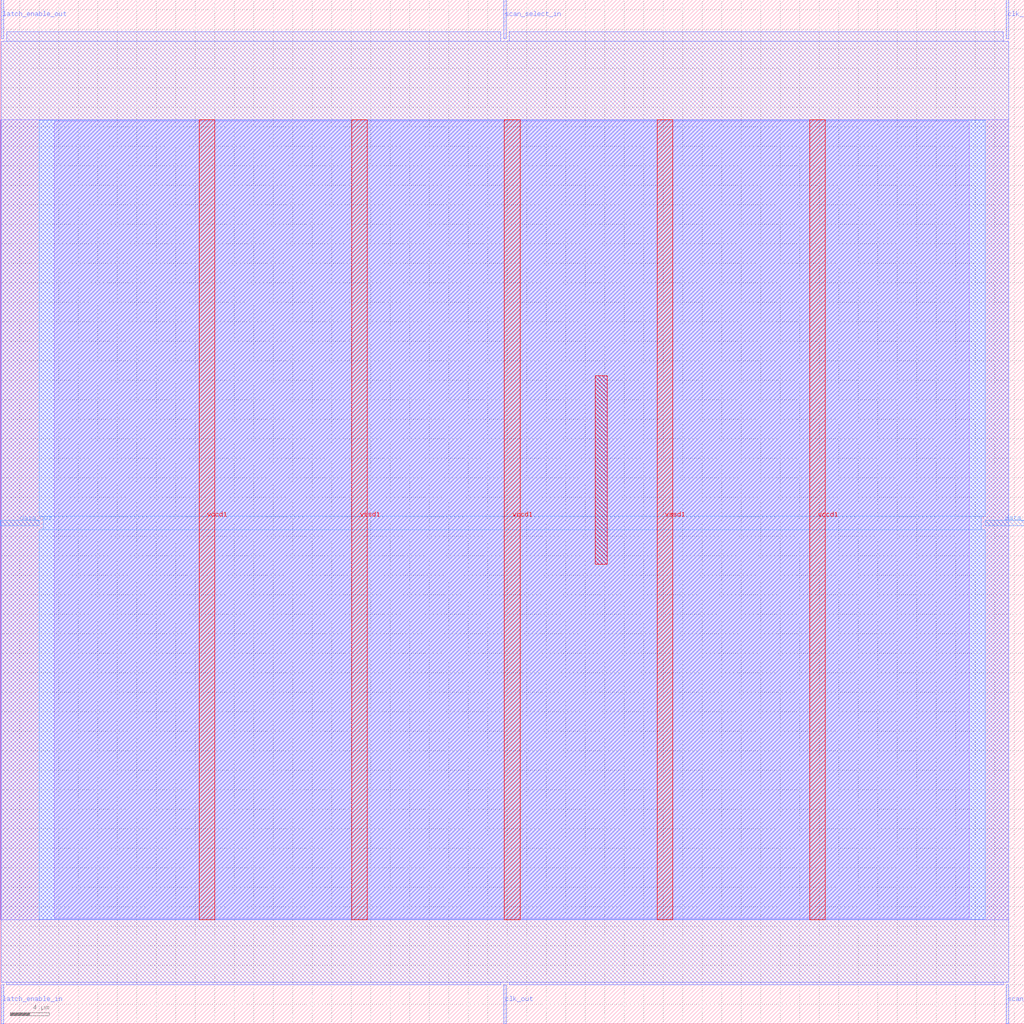
<source format=lef>
VERSION 5.7 ;
  NOWIREEXTENSIONATPIN ON ;
  DIVIDERCHAR "/" ;
  BUSBITCHARS "[]" ;
MACRO scan_wrapper_341631511790879314
  CLASS BLOCK ;
  FOREIGN scan_wrapper_341631511790879314 ;
  ORIGIN 0.000 0.000 ;
  SIZE 105.000 BY 105.000 ;
  PIN clk_in
    DIRECTION INPUT ;
    USE SIGNAL ;
    PORT
      LAYER met2 ;
        RECT 103.130 101.000 103.410 105.000 ;
    END
  END clk_in
  PIN clk_out
    DIRECTION OUTPUT TRISTATE ;
    USE SIGNAL ;
    PORT
      LAYER met2 ;
        RECT 51.610 0.000 51.890 4.000 ;
    END
  END clk_out
  PIN data_in
    DIRECTION INPUT ;
    USE SIGNAL ;
    PORT
      LAYER met3 ;
        RECT 101.000 51.040 105.000 51.640 ;
    END
  END data_in
  PIN data_out
    DIRECTION OUTPUT TRISTATE ;
    USE SIGNAL ;
    PORT
      LAYER met3 ;
        RECT 0.000 51.040 4.000 51.640 ;
    END
  END data_out
  PIN latch_enable_in
    DIRECTION INPUT ;
    USE SIGNAL ;
    PORT
      LAYER met2 ;
        RECT 0.090 0.000 0.370 4.000 ;
    END
  END latch_enable_in
  PIN latch_enable_out
    DIRECTION OUTPUT TRISTATE ;
    USE SIGNAL ;
    PORT
      LAYER met2 ;
        RECT 0.090 101.000 0.370 105.000 ;
    END
  END latch_enable_out
  PIN scan_select_in
    DIRECTION INPUT ;
    USE SIGNAL ;
    PORT
      LAYER met2 ;
        RECT 51.610 101.000 51.890 105.000 ;
    END
  END scan_select_in
  PIN scan_select_out
    DIRECTION OUTPUT TRISTATE ;
    USE SIGNAL ;
    PORT
      LAYER met2 ;
        RECT 103.130 0.000 103.410 4.000 ;
    END
  END scan_select_out
  PIN vccd1
    DIRECTION INPUT ;
    USE POWER ;
    PORT
      LAYER met4 ;
        RECT 20.380 10.640 21.980 92.720 ;
    END
    PORT
      LAYER met4 ;
        RECT 51.700 10.640 53.300 92.720 ;
    END
    PORT
      LAYER met4 ;
        RECT 83.020 10.640 84.620 92.720 ;
    END
  END vccd1
  PIN vssd1
    DIRECTION INPUT ;
    USE GROUND ;
    PORT
      LAYER met4 ;
        RECT 36.040 10.640 37.640 92.720 ;
    END
    PORT
      LAYER met4 ;
        RECT 67.360 10.640 68.960 92.720 ;
    END
  END vssd1
  OBS
      LAYER li1 ;
        RECT 5.520 10.795 99.360 92.565 ;
      LAYER met1 ;
        RECT 0.070 10.640 103.430 92.720 ;
      LAYER met2 ;
        RECT 0.650 100.720 51.330 101.730 ;
        RECT 52.170 100.720 102.850 101.730 ;
        RECT 0.100 4.280 103.400 100.720 ;
        RECT 0.650 4.000 51.330 4.280 ;
        RECT 52.170 4.000 102.850 4.280 ;
      LAYER met3 ;
        RECT 4.000 52.040 101.000 92.645 ;
        RECT 4.400 50.640 100.600 52.040 ;
        RECT 4.000 10.715 101.000 50.640 ;
      LAYER met4 ;
        RECT 61.015 47.095 62.265 66.465 ;
  END
END scan_wrapper_341631511790879314
END LIBRARY


</source>
